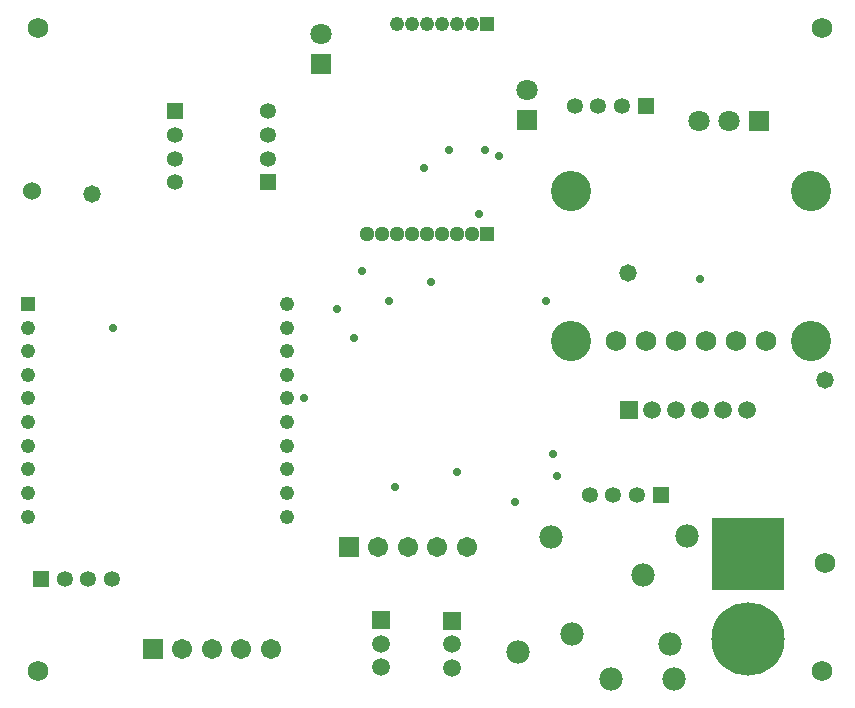
<source format=gbs>
G04*
G04 #@! TF.GenerationSoftware,Altium Limited,Altium Designer,25.8.1 (18)*
G04*
G04 Layer_Color=16711935*
%FSLAX25Y25*%
%MOIN*%
G70*
G04*
G04 #@! TF.SameCoordinates,CEE5F6FD-B113-487D-9DF9-78F472C9FAAA*
G04*
G04*
G04 #@! TF.FilePolarity,Negative*
G04*
G01*
G75*
%ADD48R,0.05328X0.05328*%
%ADD50C,0.05328*%
%ADD51R,0.05328X0.05328*%
%ADD52R,0.07119X0.07119*%
%ADD53C,0.07119*%
%ADD54R,0.24422X0.24422*%
%ADD55C,0.06824*%
%ADD56R,0.06737X0.06737*%
%ADD57R,0.04776X0.04776*%
%ADD58R,0.05950X0.05950*%
%ADD59C,0.04776*%
%ADD60R,0.04769X0.04769*%
%ADD61C,0.05950*%
%ADD62C,0.24422*%
%ADD63C,0.05081*%
%ADD64C,0.06737*%
%ADD65C,0.04769*%
%ADD66R,0.05950X0.05950*%
%ADD67C,0.06000*%
%ADD68R,0.05081X0.05081*%
%ADD69R,0.07119X0.07119*%
%ADD70C,0.13398*%
%ADD71C,0.06800*%
%ADD72C,0.02800*%
%ADD73C,0.05800*%
%ADD74C,0.07800*%
D48*
X219685Y70866D02*
D03*
X13192Y42882D02*
D03*
X214674Y200600D02*
D03*
D50*
X88976Y183071D02*
D03*
Y190945D02*
D03*
Y198819D02*
D03*
X191052Y200600D02*
D03*
X203937Y70866D02*
D03*
X196063D02*
D03*
X36814Y42882D02*
D03*
X21066D02*
D03*
X198926Y200600D02*
D03*
X206800D02*
D03*
X57874Y190945D02*
D03*
Y183071D02*
D03*
Y175197D02*
D03*
X211811Y70866D02*
D03*
X28940Y42882D02*
D03*
D51*
X88976Y175197D02*
D03*
X57874Y198819D02*
D03*
D52*
X175000Y196100D02*
D03*
X106600Y214500D02*
D03*
D53*
X175000Y206100D02*
D03*
X106600Y224500D02*
D03*
X232520Y195669D02*
D03*
X242520D02*
D03*
D54*
X248819Y51181D02*
D03*
D55*
X204685Y122441D02*
D03*
X214685D02*
D03*
X244685D02*
D03*
X254685D02*
D03*
X234685D02*
D03*
X224685D02*
D03*
D56*
X115748Y53543D02*
D03*
X50394Y19685D02*
D03*
D57*
X161811Y227874D02*
D03*
D58*
X209055Y99410D02*
D03*
D59*
X156811Y227874D02*
D03*
X151811D02*
D03*
X131811D02*
D03*
X136811D02*
D03*
X141811D02*
D03*
X146811D02*
D03*
D60*
X8661Y134646D02*
D03*
D61*
X216929Y99410D02*
D03*
X150000Y13386D02*
D03*
X126620Y13528D02*
D03*
X240551Y99410D02*
D03*
X224803D02*
D03*
X232677D02*
D03*
X248425D02*
D03*
X126620Y21402D02*
D03*
X150000Y21260D02*
D03*
D62*
X248819Y22835D02*
D03*
D63*
X121811Y157874D02*
D03*
X136811D02*
D03*
X146811D02*
D03*
X141811D02*
D03*
X151811D02*
D03*
X126811D02*
D03*
X131811D02*
D03*
X156811D02*
D03*
D64*
X155118Y53543D02*
D03*
X89764Y19685D02*
D03*
X145276Y53543D02*
D03*
X125591D02*
D03*
X135433D02*
D03*
X79921Y19685D02*
D03*
X60236D02*
D03*
X70079D02*
D03*
D65*
X8661Y63779D02*
D03*
Y126772D02*
D03*
Y118898D02*
D03*
Y111024D02*
D03*
Y103150D02*
D03*
Y95276D02*
D03*
Y87402D02*
D03*
Y79528D02*
D03*
Y71653D02*
D03*
X95276Y134646D02*
D03*
Y126772D02*
D03*
Y118898D02*
D03*
Y111024D02*
D03*
Y103150D02*
D03*
Y95276D02*
D03*
Y87402D02*
D03*
Y79528D02*
D03*
Y71653D02*
D03*
Y63779D02*
D03*
D66*
X150000Y29134D02*
D03*
X126620Y29276D02*
D03*
D67*
X10236Y172441D02*
D03*
D68*
X161811Y157874D02*
D03*
D69*
X252520Y195669D02*
D03*
D70*
X269685Y172441D02*
D03*
X189764D02*
D03*
Y122441D02*
D03*
X269685D02*
D03*
D71*
X273386Y12205D02*
D03*
Y226535D02*
D03*
X12205Y12205D02*
D03*
Y226535D02*
D03*
X274410Y48425D02*
D03*
D72*
X143142Y142126D02*
D03*
X161313Y185927D02*
D03*
X149213Y185827D02*
D03*
X129300Y135800D02*
D03*
X159200Y164800D02*
D03*
X181395Y135534D02*
D03*
X165772Y184055D02*
D03*
X232925Y142913D02*
D03*
X185039Y77165D02*
D03*
X183858Y84646D02*
D03*
X140945Y179921D02*
D03*
X120079Y145669D02*
D03*
X171260Y68504D02*
D03*
X151909Y78524D02*
D03*
X111811Y133071D02*
D03*
X100787Y103150D02*
D03*
X131201Y73721D02*
D03*
X37008Y126772D02*
D03*
X117323Y123228D02*
D03*
D73*
X208968Y144862D02*
D03*
X274386Y109252D02*
D03*
X30315Y171260D02*
D03*
D74*
X190083Y24504D02*
D03*
X213705Y44169D02*
D03*
X172047Y18551D02*
D03*
X224200Y9500D02*
D03*
X203300D02*
D03*
X228453Y57410D02*
D03*
X183028Y56870D02*
D03*
X222705Y21303D02*
D03*
M02*

</source>
